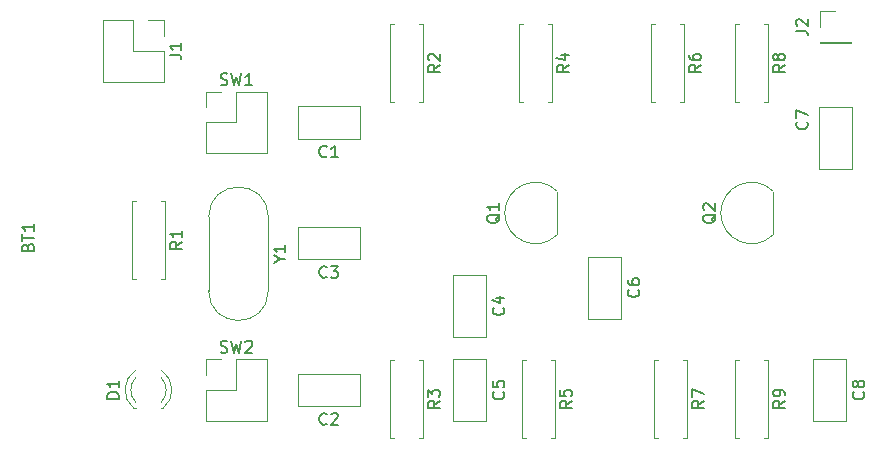
<source format=gbr>
G04 #@! TF.GenerationSoftware,KiCad,Pcbnew,(5.0.0)*
G04 #@! TF.CreationDate,2018-11-05T16:41:38+01:00*
G04 #@! TF.ProjectId,RF_transmitter,52465F7472616E736D69747465722E6B,rev?*
G04 #@! TF.SameCoordinates,Original*
G04 #@! TF.FileFunction,Legend,Top*
G04 #@! TF.FilePolarity,Positive*
%FSLAX46Y46*%
G04 Gerber Fmt 4.6, Leading zero omitted, Abs format (unit mm)*
G04 Created by KiCad (PCBNEW (5.0.0)) date 11/05/18 16:41:38*
%MOMM*%
%LPD*%
G01*
G04 APERTURE LIST*
%ADD10C,0.120000*%
%ADD11C,0.150000*%
G04 APERTURE END LIST*
D10*
G04 #@! TO.C,C1*
X85698000Y-70922079D02*
X80458000Y-70922079D01*
X85698000Y-68182079D02*
X80458000Y-68182079D01*
X85698000Y-70922079D02*
X85698000Y-68182079D01*
X80458000Y-70922079D02*
X80458000Y-68182079D01*
G04 #@! TO.C,C2*
X80458000Y-93567000D02*
X80458000Y-90827000D01*
X85698000Y-93567000D02*
X85698000Y-90827000D01*
X85698000Y-90827000D02*
X80458000Y-90827000D01*
X85698000Y-93567000D02*
X80458000Y-93567000D01*
G04 #@! TO.C,C3*
X85698000Y-81126000D02*
X80458000Y-81126000D01*
X85698000Y-78386000D02*
X80458000Y-78386000D01*
X85698000Y-81126000D02*
X85698000Y-78386000D01*
X80458000Y-81126000D02*
X80458000Y-78386000D01*
G04 #@! TO.C,C4*
X96366000Y-87690000D02*
X93626000Y-87690000D01*
X96366000Y-82450000D02*
X93626000Y-82450000D01*
X93626000Y-82450000D02*
X93626000Y-87690000D01*
X96366000Y-82450000D02*
X96366000Y-87690000D01*
G04 #@! TO.C,C5*
X96366000Y-89577000D02*
X96366000Y-94817000D01*
X93626000Y-89577000D02*
X93626000Y-94817000D01*
X96366000Y-89577000D02*
X93626000Y-89577000D01*
X96366000Y-94817000D02*
X93626000Y-94817000D01*
G04 #@! TO.C,C6*
X107796000Y-80926000D02*
X107796000Y-86166000D01*
X105056000Y-80926000D02*
X105056000Y-86166000D01*
X107796000Y-80926000D02*
X105056000Y-80926000D01*
X107796000Y-86166000D02*
X105056000Y-86166000D01*
G04 #@! TO.C,C7*
X127354000Y-73466000D02*
X124614000Y-73466000D01*
X127354000Y-68226000D02*
X124614000Y-68226000D01*
X124614000Y-68226000D02*
X124614000Y-73466000D01*
X127354000Y-68226000D02*
X127354000Y-73466000D01*
G04 #@! TO.C,C8*
X126846000Y-94817000D02*
X124106000Y-94817000D01*
X126846000Y-89577000D02*
X124106000Y-89577000D01*
X124106000Y-89577000D02*
X124106000Y-94817000D01*
X126846000Y-89577000D02*
X126846000Y-94817000D01*
G04 #@! TO.C,D1*
X66739392Y-90529665D02*
G75*
G03X66582484Y-93762000I1078608J-1672335D01*
G01*
X68896608Y-90529665D02*
G75*
G02X69053516Y-93762000I-1078608J-1672335D01*
G01*
X66738163Y-91160870D02*
G75*
G03X66738000Y-93242961I1079837J-1041130D01*
G01*
X68897837Y-91160870D02*
G75*
G02X68898000Y-93242961I-1079837J-1041130D01*
G01*
X66582000Y-93762000D02*
X66738000Y-93762000D01*
X68898000Y-93762000D02*
X69054000Y-93762000D01*
G04 #@! TO.C,J1*
X63948000Y-60900000D02*
X63948000Y-66100000D01*
X66548000Y-60900000D02*
X63948000Y-60900000D01*
X69148000Y-66100000D02*
X63948000Y-66100000D01*
X66548000Y-60900000D02*
X66548000Y-63500000D01*
X66548000Y-63500000D02*
X69148000Y-63500000D01*
X69148000Y-63500000D02*
X69148000Y-66100000D01*
X67818000Y-60900000D02*
X69148000Y-60900000D01*
X69148000Y-60900000D02*
X69148000Y-62230000D01*
G04 #@! TO.C,J2*
X124654000Y-62786000D02*
X127314000Y-62786000D01*
X124654000Y-62726000D02*
X124654000Y-62786000D01*
X127314000Y-62726000D02*
X127314000Y-62786000D01*
X124654000Y-62726000D02*
X127314000Y-62726000D01*
X124654000Y-61456000D02*
X124654000Y-60126000D01*
X124654000Y-60126000D02*
X125984000Y-60126000D01*
G04 #@! TO.C,Q1*
X102422478Y-75377522D02*
G75*
G03X97984000Y-77216000I-1838478J-1838478D01*
G01*
X102422478Y-79054478D02*
G75*
G02X97984000Y-77216000I-1838478J1838478D01*
G01*
X102434000Y-79016000D02*
X102434000Y-75416000D01*
G04 #@! TO.C,Q2*
X120722000Y-79016000D02*
X120722000Y-75416000D01*
X120710478Y-79054478D02*
G75*
G02X116272000Y-77216000I-1838478J1838478D01*
G01*
X120710478Y-75377522D02*
G75*
G03X116272000Y-77216000I-1838478J-1838478D01*
G01*
G04 #@! TO.C,R1*
X68858000Y-76232000D02*
X69188000Y-76232000D01*
X69188000Y-76232000D02*
X69188000Y-82772000D01*
X69188000Y-82772000D02*
X68858000Y-82772000D01*
X66778000Y-76232000D02*
X66448000Y-76232000D01*
X66448000Y-76232000D02*
X66448000Y-82772000D01*
X66448000Y-82772000D02*
X66778000Y-82772000D01*
G04 #@! TO.C,R2*
X88292000Y-67786000D02*
X88622000Y-67786000D01*
X88292000Y-61246000D02*
X88292000Y-67786000D01*
X88622000Y-61246000D02*
X88292000Y-61246000D01*
X91032000Y-67786000D02*
X90702000Y-67786000D01*
X91032000Y-61246000D02*
X91032000Y-67786000D01*
X90702000Y-61246000D02*
X91032000Y-61246000D01*
G04 #@! TO.C,R3*
X90702000Y-89694000D02*
X91032000Y-89694000D01*
X91032000Y-89694000D02*
X91032000Y-96234000D01*
X91032000Y-96234000D02*
X90702000Y-96234000D01*
X88622000Y-89694000D02*
X88292000Y-89694000D01*
X88292000Y-89694000D02*
X88292000Y-96234000D01*
X88292000Y-96234000D02*
X88622000Y-96234000D01*
G04 #@! TO.C,R4*
X99214000Y-67786000D02*
X99544000Y-67786000D01*
X99214000Y-61246000D02*
X99214000Y-67786000D01*
X99544000Y-61246000D02*
X99214000Y-61246000D01*
X101954000Y-67786000D02*
X101624000Y-67786000D01*
X101954000Y-61246000D02*
X101954000Y-67786000D01*
X101624000Y-61246000D02*
X101954000Y-61246000D01*
G04 #@! TO.C,R5*
X101878000Y-89694000D02*
X102208000Y-89694000D01*
X102208000Y-89694000D02*
X102208000Y-96234000D01*
X102208000Y-96234000D02*
X101878000Y-96234000D01*
X99798000Y-89694000D02*
X99468000Y-89694000D01*
X99468000Y-89694000D02*
X99468000Y-96234000D01*
X99468000Y-96234000D02*
X99798000Y-96234000D01*
G04 #@! TO.C,R6*
X110390000Y-67786000D02*
X110720000Y-67786000D01*
X110390000Y-61246000D02*
X110390000Y-67786000D01*
X110720000Y-61246000D02*
X110390000Y-61246000D01*
X113130000Y-67786000D02*
X112800000Y-67786000D01*
X113130000Y-61246000D02*
X113130000Y-67786000D01*
X112800000Y-61246000D02*
X113130000Y-61246000D01*
G04 #@! TO.C,R7*
X113054000Y-89694000D02*
X113384000Y-89694000D01*
X113384000Y-89694000D02*
X113384000Y-96234000D01*
X113384000Y-96234000D02*
X113054000Y-96234000D01*
X110974000Y-89694000D02*
X110644000Y-89694000D01*
X110644000Y-89694000D02*
X110644000Y-96234000D01*
X110644000Y-96234000D02*
X110974000Y-96234000D01*
G04 #@! TO.C,R8*
X119912000Y-61246000D02*
X120242000Y-61246000D01*
X120242000Y-61246000D02*
X120242000Y-67786000D01*
X120242000Y-67786000D02*
X119912000Y-67786000D01*
X117832000Y-61246000D02*
X117502000Y-61246000D01*
X117502000Y-61246000D02*
X117502000Y-67786000D01*
X117502000Y-67786000D02*
X117832000Y-67786000D01*
G04 #@! TO.C,R9*
X117502000Y-96234000D02*
X117832000Y-96234000D01*
X117502000Y-89694000D02*
X117502000Y-96234000D01*
X117832000Y-89694000D02*
X117502000Y-89694000D01*
X120242000Y-96234000D02*
X119912000Y-96234000D01*
X120242000Y-89694000D02*
X120242000Y-96234000D01*
X119912000Y-89694000D02*
X120242000Y-89694000D01*
G04 #@! TO.C,SW1*
X72665000Y-72147079D02*
X77865000Y-72147079D01*
X72665000Y-69547079D02*
X72665000Y-72147079D01*
X77865000Y-66947079D02*
X77865000Y-72147079D01*
X72665000Y-69547079D02*
X75265000Y-69547079D01*
X75265000Y-69547079D02*
X75265000Y-66947079D01*
X75265000Y-66947079D02*
X77865000Y-66947079D01*
X72665000Y-68277079D02*
X72665000Y-66947079D01*
X72665000Y-66947079D02*
X73995000Y-66947079D01*
G04 #@! TO.C,SW2*
X72665000Y-89592000D02*
X73995000Y-89592000D01*
X72665000Y-90922000D02*
X72665000Y-89592000D01*
X75265000Y-89592000D02*
X77865000Y-89592000D01*
X75265000Y-92192000D02*
X75265000Y-89592000D01*
X72665000Y-92192000D02*
X75265000Y-92192000D01*
X77865000Y-89592000D02*
X77865000Y-94792000D01*
X72665000Y-92192000D02*
X72665000Y-94792000D01*
X72665000Y-94792000D02*
X77865000Y-94792000D01*
G04 #@! TO.C,Y1*
X77963000Y-77547000D02*
X77963000Y-83797000D01*
X72913000Y-77547000D02*
X72913000Y-83797000D01*
X72913000Y-77547000D02*
G75*
G02X77963000Y-77547000I2525000J0D01*
G01*
X72913000Y-83797000D02*
G75*
G03X77963000Y-83797000I2525000J0D01*
G01*
G04 #@! TO.C,BT1*
D11*
X57586571Y-80104834D02*
X57634190Y-79961977D01*
X57681809Y-79914358D01*
X57777047Y-79866739D01*
X57919904Y-79866739D01*
X58015142Y-79914358D01*
X58062761Y-79961977D01*
X58110380Y-80057215D01*
X58110380Y-80438167D01*
X57110380Y-80438167D01*
X57110380Y-80104834D01*
X57158000Y-80009596D01*
X57205619Y-79961977D01*
X57300857Y-79914358D01*
X57396095Y-79914358D01*
X57491333Y-79961977D01*
X57538952Y-80009596D01*
X57586571Y-80104834D01*
X57586571Y-80438167D01*
X57110380Y-79581024D02*
X57110380Y-79009596D01*
X58110380Y-79295310D02*
X57110380Y-79295310D01*
X58110380Y-78152453D02*
X58110380Y-78723881D01*
X58110380Y-78438167D02*
X57110380Y-78438167D01*
X57253238Y-78533405D01*
X57348476Y-78628643D01*
X57396095Y-78723881D01*
G04 #@! TO.C,C1*
X82911333Y-72409221D02*
X82863714Y-72456840D01*
X82720857Y-72504459D01*
X82625619Y-72504459D01*
X82482761Y-72456840D01*
X82387523Y-72361602D01*
X82339904Y-72266364D01*
X82292285Y-72075888D01*
X82292285Y-71933031D01*
X82339904Y-71742555D01*
X82387523Y-71647317D01*
X82482761Y-71552079D01*
X82625619Y-71504459D01*
X82720857Y-71504459D01*
X82863714Y-71552079D01*
X82911333Y-71599698D01*
X83863714Y-72504459D02*
X83292285Y-72504459D01*
X83578000Y-72504459D02*
X83578000Y-71504459D01*
X83482761Y-71647317D01*
X83387523Y-71742555D01*
X83292285Y-71790174D01*
G04 #@! TO.C,C2*
X82911333Y-95054142D02*
X82863714Y-95101761D01*
X82720857Y-95149380D01*
X82625619Y-95149380D01*
X82482761Y-95101761D01*
X82387523Y-95006523D01*
X82339904Y-94911285D01*
X82292285Y-94720809D01*
X82292285Y-94577952D01*
X82339904Y-94387476D01*
X82387523Y-94292238D01*
X82482761Y-94197000D01*
X82625619Y-94149380D01*
X82720857Y-94149380D01*
X82863714Y-94197000D01*
X82911333Y-94244619D01*
X83292285Y-94244619D02*
X83339904Y-94197000D01*
X83435142Y-94149380D01*
X83673238Y-94149380D01*
X83768476Y-94197000D01*
X83816095Y-94244619D01*
X83863714Y-94339857D01*
X83863714Y-94435095D01*
X83816095Y-94577952D01*
X83244666Y-95149380D01*
X83863714Y-95149380D01*
G04 #@! TO.C,C3*
X82911333Y-82613142D02*
X82863714Y-82660761D01*
X82720857Y-82708380D01*
X82625619Y-82708380D01*
X82482761Y-82660761D01*
X82387523Y-82565523D01*
X82339904Y-82470285D01*
X82292285Y-82279809D01*
X82292285Y-82136952D01*
X82339904Y-81946476D01*
X82387523Y-81851238D01*
X82482761Y-81756000D01*
X82625619Y-81708380D01*
X82720857Y-81708380D01*
X82863714Y-81756000D01*
X82911333Y-81803619D01*
X83244666Y-81708380D02*
X83863714Y-81708380D01*
X83530380Y-82089333D01*
X83673238Y-82089333D01*
X83768476Y-82136952D01*
X83816095Y-82184571D01*
X83863714Y-82279809D01*
X83863714Y-82517904D01*
X83816095Y-82613142D01*
X83768476Y-82660761D01*
X83673238Y-82708380D01*
X83387523Y-82708380D01*
X83292285Y-82660761D01*
X83244666Y-82613142D01*
G04 #@! TO.C,C4*
X97853142Y-85236666D02*
X97900761Y-85284285D01*
X97948380Y-85427142D01*
X97948380Y-85522380D01*
X97900761Y-85665238D01*
X97805523Y-85760476D01*
X97710285Y-85808095D01*
X97519809Y-85855714D01*
X97376952Y-85855714D01*
X97186476Y-85808095D01*
X97091238Y-85760476D01*
X96996000Y-85665238D01*
X96948380Y-85522380D01*
X96948380Y-85427142D01*
X96996000Y-85284285D01*
X97043619Y-85236666D01*
X97281714Y-84379523D02*
X97948380Y-84379523D01*
X96900761Y-84617619D02*
X97615047Y-84855714D01*
X97615047Y-84236666D01*
G04 #@! TO.C,C5*
X97853142Y-92363666D02*
X97900761Y-92411285D01*
X97948380Y-92554142D01*
X97948380Y-92649380D01*
X97900761Y-92792238D01*
X97805523Y-92887476D01*
X97710285Y-92935095D01*
X97519809Y-92982714D01*
X97376952Y-92982714D01*
X97186476Y-92935095D01*
X97091238Y-92887476D01*
X96996000Y-92792238D01*
X96948380Y-92649380D01*
X96948380Y-92554142D01*
X96996000Y-92411285D01*
X97043619Y-92363666D01*
X96948380Y-91458904D02*
X96948380Y-91935095D01*
X97424571Y-91982714D01*
X97376952Y-91935095D01*
X97329333Y-91839857D01*
X97329333Y-91601761D01*
X97376952Y-91506523D01*
X97424571Y-91458904D01*
X97519809Y-91411285D01*
X97757904Y-91411285D01*
X97853142Y-91458904D01*
X97900761Y-91506523D01*
X97948380Y-91601761D01*
X97948380Y-91839857D01*
X97900761Y-91935095D01*
X97853142Y-91982714D01*
G04 #@! TO.C,C6*
X109283142Y-83712666D02*
X109330761Y-83760285D01*
X109378380Y-83903142D01*
X109378380Y-83998380D01*
X109330761Y-84141238D01*
X109235523Y-84236476D01*
X109140285Y-84284095D01*
X108949809Y-84331714D01*
X108806952Y-84331714D01*
X108616476Y-84284095D01*
X108521238Y-84236476D01*
X108426000Y-84141238D01*
X108378380Y-83998380D01*
X108378380Y-83903142D01*
X108426000Y-83760285D01*
X108473619Y-83712666D01*
X108378380Y-82855523D02*
X108378380Y-83046000D01*
X108426000Y-83141238D01*
X108473619Y-83188857D01*
X108616476Y-83284095D01*
X108806952Y-83331714D01*
X109187904Y-83331714D01*
X109283142Y-83284095D01*
X109330761Y-83236476D01*
X109378380Y-83141238D01*
X109378380Y-82950761D01*
X109330761Y-82855523D01*
X109283142Y-82807904D01*
X109187904Y-82760285D01*
X108949809Y-82760285D01*
X108854571Y-82807904D01*
X108806952Y-82855523D01*
X108759333Y-82950761D01*
X108759333Y-83141238D01*
X108806952Y-83236476D01*
X108854571Y-83284095D01*
X108949809Y-83331714D01*
G04 #@! TO.C,C7*
X123547142Y-69508666D02*
X123594761Y-69556285D01*
X123642380Y-69699142D01*
X123642380Y-69794380D01*
X123594761Y-69937238D01*
X123499523Y-70032476D01*
X123404285Y-70080095D01*
X123213809Y-70127714D01*
X123070952Y-70127714D01*
X122880476Y-70080095D01*
X122785238Y-70032476D01*
X122690000Y-69937238D01*
X122642380Y-69794380D01*
X122642380Y-69699142D01*
X122690000Y-69556285D01*
X122737619Y-69508666D01*
X122642380Y-69175333D02*
X122642380Y-68508666D01*
X123642380Y-68937238D01*
G04 #@! TO.C,C8*
X128333142Y-92363666D02*
X128380761Y-92411285D01*
X128428380Y-92554142D01*
X128428380Y-92649380D01*
X128380761Y-92792238D01*
X128285523Y-92887476D01*
X128190285Y-92935095D01*
X127999809Y-92982714D01*
X127856952Y-92982714D01*
X127666476Y-92935095D01*
X127571238Y-92887476D01*
X127476000Y-92792238D01*
X127428380Y-92649380D01*
X127428380Y-92554142D01*
X127476000Y-92411285D01*
X127523619Y-92363666D01*
X127856952Y-91792238D02*
X127809333Y-91887476D01*
X127761714Y-91935095D01*
X127666476Y-91982714D01*
X127618857Y-91982714D01*
X127523619Y-91935095D01*
X127476000Y-91887476D01*
X127428380Y-91792238D01*
X127428380Y-91601761D01*
X127476000Y-91506523D01*
X127523619Y-91458904D01*
X127618857Y-91411285D01*
X127666476Y-91411285D01*
X127761714Y-91458904D01*
X127809333Y-91506523D01*
X127856952Y-91601761D01*
X127856952Y-91792238D01*
X127904571Y-91887476D01*
X127952190Y-91935095D01*
X128047428Y-91982714D01*
X128237904Y-91982714D01*
X128333142Y-91935095D01*
X128380761Y-91887476D01*
X128428380Y-91792238D01*
X128428380Y-91601761D01*
X128380761Y-91506523D01*
X128333142Y-91458904D01*
X128237904Y-91411285D01*
X128047428Y-91411285D01*
X127952190Y-91458904D01*
X127904571Y-91506523D01*
X127856952Y-91601761D01*
G04 #@! TO.C,D1*
X65310380Y-92940095D02*
X64310380Y-92940095D01*
X64310380Y-92702000D01*
X64358000Y-92559142D01*
X64453238Y-92463904D01*
X64548476Y-92416285D01*
X64738952Y-92368666D01*
X64881809Y-92368666D01*
X65072285Y-92416285D01*
X65167523Y-92463904D01*
X65262761Y-92559142D01*
X65310380Y-92702000D01*
X65310380Y-92940095D01*
X65310380Y-91416285D02*
X65310380Y-91987714D01*
X65310380Y-91702000D02*
X64310380Y-91702000D01*
X64453238Y-91797238D01*
X64548476Y-91892476D01*
X64596095Y-91987714D01*
G04 #@! TO.C,J1*
X69600380Y-63833333D02*
X70314666Y-63833333D01*
X70457523Y-63880952D01*
X70552761Y-63976190D01*
X70600380Y-64119047D01*
X70600380Y-64214285D01*
X70600380Y-62833333D02*
X70600380Y-63404761D01*
X70600380Y-63119047D02*
X69600380Y-63119047D01*
X69743238Y-63214285D01*
X69838476Y-63309523D01*
X69886095Y-63404761D01*
G04 #@! TO.C,J2*
X122642380Y-61801333D02*
X123356666Y-61801333D01*
X123499523Y-61848952D01*
X123594761Y-61944190D01*
X123642380Y-62087047D01*
X123642380Y-62182285D01*
X122737619Y-61372761D02*
X122690000Y-61325142D01*
X122642380Y-61229904D01*
X122642380Y-60991809D01*
X122690000Y-60896571D01*
X122737619Y-60848952D01*
X122832857Y-60801333D01*
X122928095Y-60801333D01*
X123070952Y-60848952D01*
X123642380Y-61420380D01*
X123642380Y-60801333D01*
G04 #@! TO.C,Q1*
X97571619Y-77311238D02*
X97524000Y-77406476D01*
X97428761Y-77501714D01*
X97285904Y-77644571D01*
X97238285Y-77739809D01*
X97238285Y-77835047D01*
X97476380Y-77787428D02*
X97428761Y-77882666D01*
X97333523Y-77977904D01*
X97143047Y-78025523D01*
X96809714Y-78025523D01*
X96619238Y-77977904D01*
X96524000Y-77882666D01*
X96476380Y-77787428D01*
X96476380Y-77596952D01*
X96524000Y-77501714D01*
X96619238Y-77406476D01*
X96809714Y-77358857D01*
X97143047Y-77358857D01*
X97333523Y-77406476D01*
X97428761Y-77501714D01*
X97476380Y-77596952D01*
X97476380Y-77787428D01*
X97476380Y-76406476D02*
X97476380Y-76977904D01*
X97476380Y-76692190D02*
X96476380Y-76692190D01*
X96619238Y-76787428D01*
X96714476Y-76882666D01*
X96762095Y-76977904D01*
G04 #@! TO.C,Q2*
X115859619Y-77311238D02*
X115812000Y-77406476D01*
X115716761Y-77501714D01*
X115573904Y-77644571D01*
X115526285Y-77739809D01*
X115526285Y-77835047D01*
X115764380Y-77787428D02*
X115716761Y-77882666D01*
X115621523Y-77977904D01*
X115431047Y-78025523D01*
X115097714Y-78025523D01*
X114907238Y-77977904D01*
X114812000Y-77882666D01*
X114764380Y-77787428D01*
X114764380Y-77596952D01*
X114812000Y-77501714D01*
X114907238Y-77406476D01*
X115097714Y-77358857D01*
X115431047Y-77358857D01*
X115621523Y-77406476D01*
X115716761Y-77501714D01*
X115764380Y-77596952D01*
X115764380Y-77787428D01*
X114859619Y-76977904D02*
X114812000Y-76930285D01*
X114764380Y-76835047D01*
X114764380Y-76596952D01*
X114812000Y-76501714D01*
X114859619Y-76454095D01*
X114954857Y-76406476D01*
X115050095Y-76406476D01*
X115192952Y-76454095D01*
X115764380Y-77025523D01*
X115764380Y-76406476D01*
G04 #@! TO.C,R1*
X70640380Y-79668666D02*
X70164190Y-80002000D01*
X70640380Y-80240095D02*
X69640380Y-80240095D01*
X69640380Y-79859142D01*
X69688000Y-79763904D01*
X69735619Y-79716285D01*
X69830857Y-79668666D01*
X69973714Y-79668666D01*
X70068952Y-79716285D01*
X70116571Y-79763904D01*
X70164190Y-79859142D01*
X70164190Y-80240095D01*
X70640380Y-78716285D02*
X70640380Y-79287714D01*
X70640380Y-79002000D02*
X69640380Y-79002000D01*
X69783238Y-79097238D01*
X69878476Y-79192476D01*
X69926095Y-79287714D01*
G04 #@! TO.C,R2*
X92484380Y-64682666D02*
X92008190Y-65016000D01*
X92484380Y-65254095D02*
X91484380Y-65254095D01*
X91484380Y-64873142D01*
X91532000Y-64777904D01*
X91579619Y-64730285D01*
X91674857Y-64682666D01*
X91817714Y-64682666D01*
X91912952Y-64730285D01*
X91960571Y-64777904D01*
X92008190Y-64873142D01*
X92008190Y-65254095D01*
X91579619Y-64301714D02*
X91532000Y-64254095D01*
X91484380Y-64158857D01*
X91484380Y-63920761D01*
X91532000Y-63825523D01*
X91579619Y-63777904D01*
X91674857Y-63730285D01*
X91770095Y-63730285D01*
X91912952Y-63777904D01*
X92484380Y-64349333D01*
X92484380Y-63730285D01*
G04 #@! TO.C,R3*
X92484380Y-93130666D02*
X92008190Y-93464000D01*
X92484380Y-93702095D02*
X91484380Y-93702095D01*
X91484380Y-93321142D01*
X91532000Y-93225904D01*
X91579619Y-93178285D01*
X91674857Y-93130666D01*
X91817714Y-93130666D01*
X91912952Y-93178285D01*
X91960571Y-93225904D01*
X92008190Y-93321142D01*
X92008190Y-93702095D01*
X91484380Y-92797333D02*
X91484380Y-92178285D01*
X91865333Y-92511619D01*
X91865333Y-92368761D01*
X91912952Y-92273523D01*
X91960571Y-92225904D01*
X92055809Y-92178285D01*
X92293904Y-92178285D01*
X92389142Y-92225904D01*
X92436761Y-92273523D01*
X92484380Y-92368761D01*
X92484380Y-92654476D01*
X92436761Y-92749714D01*
X92389142Y-92797333D01*
G04 #@! TO.C,R4*
X103406380Y-64682666D02*
X102930190Y-65016000D01*
X103406380Y-65254095D02*
X102406380Y-65254095D01*
X102406380Y-64873142D01*
X102454000Y-64777904D01*
X102501619Y-64730285D01*
X102596857Y-64682666D01*
X102739714Y-64682666D01*
X102834952Y-64730285D01*
X102882571Y-64777904D01*
X102930190Y-64873142D01*
X102930190Y-65254095D01*
X102739714Y-63825523D02*
X103406380Y-63825523D01*
X102358761Y-64063619D02*
X103073047Y-64301714D01*
X103073047Y-63682666D01*
G04 #@! TO.C,R5*
X103660380Y-93130666D02*
X103184190Y-93464000D01*
X103660380Y-93702095D02*
X102660380Y-93702095D01*
X102660380Y-93321142D01*
X102708000Y-93225904D01*
X102755619Y-93178285D01*
X102850857Y-93130666D01*
X102993714Y-93130666D01*
X103088952Y-93178285D01*
X103136571Y-93225904D01*
X103184190Y-93321142D01*
X103184190Y-93702095D01*
X102660380Y-92225904D02*
X102660380Y-92702095D01*
X103136571Y-92749714D01*
X103088952Y-92702095D01*
X103041333Y-92606857D01*
X103041333Y-92368761D01*
X103088952Y-92273523D01*
X103136571Y-92225904D01*
X103231809Y-92178285D01*
X103469904Y-92178285D01*
X103565142Y-92225904D01*
X103612761Y-92273523D01*
X103660380Y-92368761D01*
X103660380Y-92606857D01*
X103612761Y-92702095D01*
X103565142Y-92749714D01*
G04 #@! TO.C,R6*
X114582380Y-64682666D02*
X114106190Y-65016000D01*
X114582380Y-65254095D02*
X113582380Y-65254095D01*
X113582380Y-64873142D01*
X113630000Y-64777904D01*
X113677619Y-64730285D01*
X113772857Y-64682666D01*
X113915714Y-64682666D01*
X114010952Y-64730285D01*
X114058571Y-64777904D01*
X114106190Y-64873142D01*
X114106190Y-65254095D01*
X113582380Y-63825523D02*
X113582380Y-64016000D01*
X113630000Y-64111238D01*
X113677619Y-64158857D01*
X113820476Y-64254095D01*
X114010952Y-64301714D01*
X114391904Y-64301714D01*
X114487142Y-64254095D01*
X114534761Y-64206476D01*
X114582380Y-64111238D01*
X114582380Y-63920761D01*
X114534761Y-63825523D01*
X114487142Y-63777904D01*
X114391904Y-63730285D01*
X114153809Y-63730285D01*
X114058571Y-63777904D01*
X114010952Y-63825523D01*
X113963333Y-63920761D01*
X113963333Y-64111238D01*
X114010952Y-64206476D01*
X114058571Y-64254095D01*
X114153809Y-64301714D01*
G04 #@! TO.C,R7*
X114836380Y-93130666D02*
X114360190Y-93464000D01*
X114836380Y-93702095D02*
X113836380Y-93702095D01*
X113836380Y-93321142D01*
X113884000Y-93225904D01*
X113931619Y-93178285D01*
X114026857Y-93130666D01*
X114169714Y-93130666D01*
X114264952Y-93178285D01*
X114312571Y-93225904D01*
X114360190Y-93321142D01*
X114360190Y-93702095D01*
X113836380Y-92797333D02*
X113836380Y-92130666D01*
X114836380Y-92559238D01*
G04 #@! TO.C,R8*
X121694380Y-64682666D02*
X121218190Y-65016000D01*
X121694380Y-65254095D02*
X120694380Y-65254095D01*
X120694380Y-64873142D01*
X120742000Y-64777904D01*
X120789619Y-64730285D01*
X120884857Y-64682666D01*
X121027714Y-64682666D01*
X121122952Y-64730285D01*
X121170571Y-64777904D01*
X121218190Y-64873142D01*
X121218190Y-65254095D01*
X121122952Y-64111238D02*
X121075333Y-64206476D01*
X121027714Y-64254095D01*
X120932476Y-64301714D01*
X120884857Y-64301714D01*
X120789619Y-64254095D01*
X120742000Y-64206476D01*
X120694380Y-64111238D01*
X120694380Y-63920761D01*
X120742000Y-63825523D01*
X120789619Y-63777904D01*
X120884857Y-63730285D01*
X120932476Y-63730285D01*
X121027714Y-63777904D01*
X121075333Y-63825523D01*
X121122952Y-63920761D01*
X121122952Y-64111238D01*
X121170571Y-64206476D01*
X121218190Y-64254095D01*
X121313428Y-64301714D01*
X121503904Y-64301714D01*
X121599142Y-64254095D01*
X121646761Y-64206476D01*
X121694380Y-64111238D01*
X121694380Y-63920761D01*
X121646761Y-63825523D01*
X121599142Y-63777904D01*
X121503904Y-63730285D01*
X121313428Y-63730285D01*
X121218190Y-63777904D01*
X121170571Y-63825523D01*
X121122952Y-63920761D01*
G04 #@! TO.C,R9*
X121694380Y-93130666D02*
X121218190Y-93464000D01*
X121694380Y-93702095D02*
X120694380Y-93702095D01*
X120694380Y-93321142D01*
X120742000Y-93225904D01*
X120789619Y-93178285D01*
X120884857Y-93130666D01*
X121027714Y-93130666D01*
X121122952Y-93178285D01*
X121170571Y-93225904D01*
X121218190Y-93321142D01*
X121218190Y-93702095D01*
X121694380Y-92654476D02*
X121694380Y-92464000D01*
X121646761Y-92368761D01*
X121599142Y-92321142D01*
X121456285Y-92225904D01*
X121265809Y-92178285D01*
X120884857Y-92178285D01*
X120789619Y-92225904D01*
X120742000Y-92273523D01*
X120694380Y-92368761D01*
X120694380Y-92559238D01*
X120742000Y-92654476D01*
X120789619Y-92702095D01*
X120884857Y-92749714D01*
X121122952Y-92749714D01*
X121218190Y-92702095D01*
X121265809Y-92654476D01*
X121313428Y-92559238D01*
X121313428Y-92368761D01*
X121265809Y-92273523D01*
X121218190Y-92225904D01*
X121122952Y-92178285D01*
G04 #@! TO.C,SW1*
X73931666Y-66351840D02*
X74074523Y-66399459D01*
X74312619Y-66399459D01*
X74407857Y-66351840D01*
X74455476Y-66304221D01*
X74503095Y-66208983D01*
X74503095Y-66113745D01*
X74455476Y-66018507D01*
X74407857Y-65970888D01*
X74312619Y-65923269D01*
X74122142Y-65875650D01*
X74026904Y-65828031D01*
X73979285Y-65780412D01*
X73931666Y-65685174D01*
X73931666Y-65589936D01*
X73979285Y-65494698D01*
X74026904Y-65447079D01*
X74122142Y-65399459D01*
X74360238Y-65399459D01*
X74503095Y-65447079D01*
X74836428Y-65399459D02*
X75074523Y-66399459D01*
X75265000Y-65685174D01*
X75455476Y-66399459D01*
X75693571Y-65399459D01*
X76598333Y-66399459D02*
X76026904Y-66399459D01*
X76312619Y-66399459D02*
X76312619Y-65399459D01*
X76217380Y-65542317D01*
X76122142Y-65637555D01*
X76026904Y-65685174D01*
G04 #@! TO.C,SW2*
X73931666Y-88996761D02*
X74074523Y-89044380D01*
X74312619Y-89044380D01*
X74407857Y-88996761D01*
X74455476Y-88949142D01*
X74503095Y-88853904D01*
X74503095Y-88758666D01*
X74455476Y-88663428D01*
X74407857Y-88615809D01*
X74312619Y-88568190D01*
X74122142Y-88520571D01*
X74026904Y-88472952D01*
X73979285Y-88425333D01*
X73931666Y-88330095D01*
X73931666Y-88234857D01*
X73979285Y-88139619D01*
X74026904Y-88092000D01*
X74122142Y-88044380D01*
X74360238Y-88044380D01*
X74503095Y-88092000D01*
X74836428Y-88044380D02*
X75074523Y-89044380D01*
X75265000Y-88330095D01*
X75455476Y-89044380D01*
X75693571Y-88044380D01*
X76026904Y-88139619D02*
X76074523Y-88092000D01*
X76169761Y-88044380D01*
X76407857Y-88044380D01*
X76503095Y-88092000D01*
X76550714Y-88139619D01*
X76598333Y-88234857D01*
X76598333Y-88330095D01*
X76550714Y-88472952D01*
X75979285Y-89044380D01*
X76598333Y-89044380D01*
G04 #@! TO.C,Y1*
X78939190Y-81148190D02*
X79415380Y-81148190D01*
X78415380Y-81481523D02*
X78939190Y-81148190D01*
X78415380Y-80814857D01*
X79415380Y-79957714D02*
X79415380Y-80529142D01*
X79415380Y-80243428D02*
X78415380Y-80243428D01*
X78558238Y-80338666D01*
X78653476Y-80433904D01*
X78701095Y-80529142D01*
G04 #@! TD*
M02*

</source>
